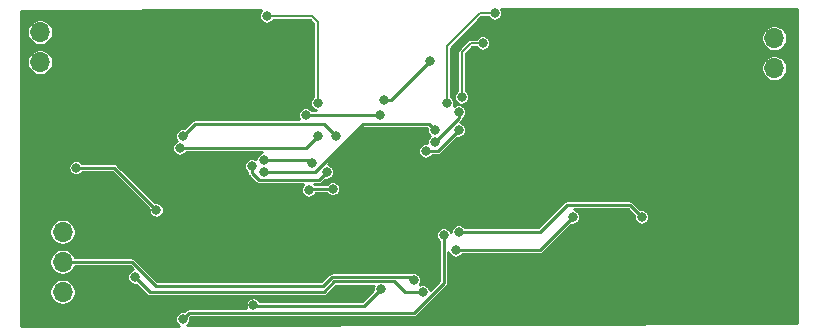
<source format=gbr>
%TF.GenerationSoftware,KiCad,Pcbnew,5.1.5+dfsg1-2build2*%
%TF.CreationDate,2021-12-28T20:55:31+01:00*%
%TF.ProjectId,Exousia,45786f75-7369-4612-9e6b-696361645f70,rev?*%
%TF.SameCoordinates,Original*%
%TF.FileFunction,Copper,L2,Bot*%
%TF.FilePolarity,Positive*%
%FSLAX46Y46*%
G04 Gerber Fmt 4.6, Leading zero omitted, Abs format (unit mm)*
G04 Created by KiCad (PCBNEW 5.1.5+dfsg1-2build2) date 2021-12-28 20:55:31*
%MOMM*%
%LPD*%
G04 APERTURE LIST*
%TA.AperFunction,ComponentPad*%
%ADD10O,1.700000X1.700000*%
%TD*%
%TA.AperFunction,ComponentPad*%
%ADD11R,1.700000X1.700000*%
%TD*%
%TA.AperFunction,ViaPad*%
%ADD12C,0.800000*%
%TD*%
%TA.AperFunction,Conductor*%
%ADD13C,0.250000*%
%TD*%
%TA.AperFunction,Conductor*%
%ADD14C,0.200000*%
%TD*%
%TA.AperFunction,Conductor*%
%ADD15C,0.254000*%
%TD*%
G04 APERTURE END LIST*
D10*
%TO.P,J3,4*%
%TO.N,Net-(J3-Pad3)*%
X193611500Y-145643600D03*
%TO.P,J3,3*%
X193611500Y-148183600D03*
%TO.P,J3,2*%
%TO.N,GND*%
X193611500Y-150723600D03*
D11*
%TO.P,J3,1*%
X193611500Y-153263600D03*
%TD*%
D10*
%TO.P,J1,4*%
%TO.N,Net-(D2-Pad1)*%
X131445000Y-145135600D03*
%TO.P,J1,3*%
X131445000Y-147675600D03*
%TO.P,J1,2*%
%TO.N,GND*%
X131445000Y-150215600D03*
D11*
%TO.P,J1,1*%
X131445000Y-152755600D03*
%TD*%
D10*
%TO.P,J2,4*%
%TO.N,+3V3*%
X133350000Y-167132000D03*
%TO.P,J2,3*%
%TO.N,SDA*%
X133350000Y-164592000D03*
%TO.P,J2,2*%
%TO.N,SCL*%
X133350000Y-162052000D03*
D11*
%TO.P,J2,1*%
%TO.N,GND*%
X133350000Y-159512000D03*
%TD*%
D12*
%TO.N,GND*%
X161036000Y-155956000D03*
X160274000Y-155956000D03*
X159258000Y-155956000D03*
X160274000Y-155194000D03*
X159512000Y-155194000D03*
X160274000Y-156718000D03*
X159512000Y-156718000D03*
%TO.N,Net-(C1-Pad2)*%
X154940000Y-153924000D03*
X143256000Y-154940000D03*
%TO.N,GND*%
X163322000Y-155956000D03*
X169926000Y-149606000D03*
X170942000Y-149606000D03*
X171958000Y-149606000D03*
X172974000Y-149606000D03*
X173990000Y-149606000D03*
X175006000Y-149606000D03*
X176022000Y-149606000D03*
X177038000Y-149606000D03*
X178054000Y-149606000D03*
X179070000Y-149606000D03*
X180086000Y-149606000D03*
X181102000Y-149606000D03*
X182118000Y-149606000D03*
X181610000Y-148844000D03*
X180594000Y-148844000D03*
X179578000Y-148844000D03*
X178562000Y-148844000D03*
X177546000Y-148844000D03*
X176530000Y-148844000D03*
X175514000Y-148844000D03*
X174498000Y-148844000D03*
X173482000Y-148844000D03*
X172466000Y-148844000D03*
X171450000Y-148844000D03*
X170434000Y-148844000D03*
X169418000Y-148844000D03*
X140716000Y-150114000D03*
X141732000Y-150114000D03*
X141224000Y-149352000D03*
X142748000Y-150114000D03*
X143764000Y-150114000D03*
X144272000Y-149352000D03*
X142240000Y-149352000D03*
X143256000Y-149352000D03*
X145288000Y-149352000D03*
X146304000Y-149352000D03*
X147320000Y-149352000D03*
X148336000Y-149352000D03*
X148844000Y-150114000D03*
X149352000Y-149352000D03*
X149860000Y-150114000D03*
X144780000Y-150114000D03*
X145796000Y-150114000D03*
X146812000Y-150114000D03*
X147828000Y-150114000D03*
X157226000Y-167386000D03*
X167894000Y-161036000D03*
X146304000Y-168148000D03*
X160274000Y-159512000D03*
%TO.N,Net-(C2-Pad1)*%
X156464000Y-153924000D03*
X143510000Y-153924000D03*
%TO.N,Net-(C16-Pad1)*%
X160247736Y-152146000D03*
X153924000Y-152146000D03*
%TO.N,Net-(C17-Pad1)*%
X165862000Y-151130000D03*
X169926000Y-143510000D03*
%TO.N,Net-(C23-Pad2)*%
X164846000Y-154432000D03*
X166878000Y-151892000D03*
%TO.N,Net-(C24-Pad1)*%
X164084000Y-155194000D03*
X166878000Y-153416000D03*
%TO.N,Net-(D2-Pad2)*%
X164846000Y-153416000D03*
X150368000Y-156972000D03*
%TO.N,Net-(D2-Pad1)*%
X141287500Y-160197800D03*
X134493000Y-156603700D03*
%TO.N,+3V3*%
X165608000Y-162306000D03*
X143510000Y-169418000D03*
%TO.N,SDA*%
X163068000Y-166116000D03*
%TO.N,SCL*%
X139446000Y-165862000D03*
X163830000Y-167132000D03*
%TO.N,Pin_FRWEN*%
X160274000Y-166878000D03*
X149504400Y-168258000D03*
%TO.N,Net-(JP2-Pad2)*%
X154178000Y-158496000D03*
X156210000Y-158386000D03*
%TO.N,FRWPG*%
X166624000Y-163576000D03*
X176530000Y-160782000D03*
%TO.N,RVSPG*%
X166878000Y-162052000D03*
X182372000Y-160782000D03*
%TO.N,DCIN*%
X149352000Y-156464000D03*
X155702000Y-156972000D03*
%TO.N,Net-(U1-Pad4)*%
X154940000Y-151130000D03*
X150622000Y-143764000D03*
%TO.N,Net-(U3-Pad7)*%
X164470002Y-147574000D03*
X160528000Y-150876000D03*
%TO.N,Net-(U3-Pad5)*%
X168910000Y-146050000D03*
X167132000Y-150622000D03*
%TO.N,VDD*%
X150368000Y-155956000D03*
X154432000Y-156210000D03*
%TD*%
D13*
%TO.N,Net-(C1-Pad2)*%
X153924000Y-154940000D02*
X154940000Y-153924000D01*
X143256000Y-154940000D02*
X153924000Y-154940000D01*
%TO.N,GND*%
X167894000Y-160528000D02*
X167894000Y-161036000D01*
X163322000Y-155956000D02*
X167894000Y-160528000D01*
%TO.N,Net-(C2-Pad1)*%
X143510000Y-153924000D02*
X144526000Y-152908000D01*
X155448000Y-152908000D02*
X156464000Y-153924000D01*
X144526000Y-152908000D02*
X155448000Y-152908000D01*
%TO.N,Net-(C16-Pad1)*%
X153924000Y-152146000D02*
X160247736Y-152146000D01*
D14*
%TO.N,Net-(C17-Pad1)*%
X165862000Y-151130000D02*
X165862000Y-146304000D01*
X168656000Y-143510000D02*
X169164000Y-143510000D01*
X165862000Y-146304000D02*
X168656000Y-143510000D01*
X169672000Y-143510000D02*
X169926000Y-143256000D01*
X169164000Y-143510000D02*
X169672000Y-143510000D01*
D13*
%TO.N,Net-(C23-Pad2)*%
X166878000Y-152400000D02*
X164846000Y-154432000D01*
X166878000Y-151892000D02*
X166878000Y-152400000D01*
%TO.N,Net-(C24-Pad1)*%
X165100000Y-155194000D02*
X164084000Y-155194000D01*
X166878000Y-153416000D02*
X165100000Y-155194000D01*
%TO.N,Net-(D2-Pad2)*%
X150368000Y-156972000D02*
X154686000Y-156972000D01*
X154686000Y-156972000D02*
X158750000Y-152908000D01*
X164338000Y-152908000D02*
X164846000Y-153416000D01*
X158750000Y-152908000D02*
X164338000Y-152908000D01*
%TO.N,Net-(D2-Pad1)*%
X137693400Y-156603700D02*
X134493000Y-156603700D01*
X141287500Y-160197800D02*
X137693400Y-156603700D01*
%TO.N,+3V3*%
X165608000Y-166370000D02*
X165608000Y-162306000D01*
X163068000Y-168910000D02*
X165608000Y-166370000D01*
X144018000Y-168910000D02*
X145288000Y-168910000D01*
X143510000Y-169418000D02*
X144018000Y-168910000D01*
X145288000Y-168910000D02*
X163068000Y-168910000D01*
%TO.N,SDA*%
X133748001Y-164990001D02*
X133350000Y-164592000D01*
X141224000Y-166624000D02*
X139192000Y-164592000D01*
X139192000Y-164592000D02*
X133350000Y-164592000D01*
X155422828Y-166624000D02*
X156197839Y-165848989D01*
X153162000Y-166624000D02*
X155422828Y-166624000D01*
X153416000Y-166624000D02*
X153162000Y-166624000D01*
X153162000Y-166624000D02*
X141224000Y-166624000D01*
X162800989Y-165848989D02*
X163068000Y-166116000D01*
X156197839Y-165848989D02*
X162800989Y-165848989D01*
%TO.N,SCL*%
X162306000Y-167132000D02*
X163830000Y-167132000D01*
X161399999Y-166225999D02*
X162306000Y-167132000D01*
X139446000Y-165862000D02*
X140716000Y-167132000D01*
X140716000Y-167132000D02*
X155448000Y-167132000D01*
X156354001Y-166225999D02*
X161399999Y-166225999D01*
X155448000Y-167132000D02*
X156354001Y-166225999D01*
%TO.N,Pin_FRWEN*%
X158858001Y-168293999D02*
X160274000Y-166878000D01*
X150513999Y-168293999D02*
X158858001Y-168293999D01*
X149540399Y-168293999D02*
X149504400Y-168258000D01*
X150513999Y-168293999D02*
X149540399Y-168293999D01*
%TO.N,Net-(JP2-Pad2)*%
X154288000Y-158386000D02*
X154178000Y-158496000D01*
X156210000Y-158386000D02*
X154288000Y-158386000D01*
%TO.N,FRWPG*%
X173736000Y-163576000D02*
X166624000Y-163576000D01*
X176530000Y-160782000D02*
X173736000Y-163576000D01*
%TO.N,RVSPG*%
X166878000Y-162052000D02*
X173736000Y-162052000D01*
X173736000Y-162052000D02*
X176022000Y-159766000D01*
X181356000Y-159766000D02*
X182372000Y-160782000D01*
X176022000Y-159766000D02*
X181356000Y-159766000D01*
%TO.N,DCIN*%
X149352000Y-157029685D02*
X149352000Y-156464000D01*
X149946316Y-157624001D02*
X149352000Y-157029685D01*
X155049999Y-157624001D02*
X149946316Y-157624001D01*
X155702000Y-156972000D02*
X155049999Y-157624001D01*
D14*
%TO.N,Net-(U1-Pad4)*%
X150622000Y-143764000D02*
X154432000Y-143764000D01*
X154940000Y-144272000D02*
X154940000Y-151130000D01*
X154432000Y-143764000D02*
X154940000Y-144272000D01*
D13*
%TO.N,Net-(U3-Pad7)*%
X161168002Y-150876000D02*
X160528000Y-150876000D01*
X164470002Y-147574000D02*
X161168002Y-150876000D01*
D14*
%TO.N,Net-(U3-Pad5)*%
X167132000Y-150622000D02*
X167132000Y-146812000D01*
X167894000Y-146050000D02*
X168910000Y-146050000D01*
X167132000Y-146812000D02*
X167894000Y-146050000D01*
D13*
%TO.N,VDD*%
X154178000Y-155956000D02*
X154432000Y-156210000D01*
X150368000Y-155956000D02*
X154178000Y-155956000D01*
%TD*%
D15*
%TO.N,GND*%
G36*
X195516500Y-169736085D02*
G01*
X143853714Y-169974896D01*
X143926900Y-169925995D01*
X144017995Y-169834900D01*
X144089567Y-169727785D01*
X144138867Y-169608765D01*
X144164000Y-169482413D01*
X144164000Y-169353587D01*
X144155107Y-169308880D01*
X144174987Y-169289000D01*
X163049390Y-169289000D01*
X163068000Y-169290833D01*
X163142297Y-169283515D01*
X163213738Y-169261844D01*
X163279579Y-169226651D01*
X163337290Y-169179290D01*
X163349160Y-169164826D01*
X165862833Y-166651154D01*
X165877290Y-166639290D01*
X165924651Y-166581579D01*
X165959844Y-166515738D01*
X165981515Y-166444297D01*
X165987000Y-166388610D01*
X165987000Y-166388608D01*
X165988833Y-166370001D01*
X165987000Y-166351394D01*
X165987000Y-163725878D01*
X165995133Y-163766765D01*
X166044433Y-163885785D01*
X166116005Y-163992900D01*
X166207100Y-164083995D01*
X166314215Y-164155567D01*
X166433235Y-164204867D01*
X166559587Y-164230000D01*
X166688413Y-164230000D01*
X166814765Y-164204867D01*
X166933785Y-164155567D01*
X167040900Y-164083995D01*
X167131995Y-163992900D01*
X167157319Y-163955000D01*
X173717390Y-163955000D01*
X173736000Y-163956833D01*
X173810297Y-163949515D01*
X173881738Y-163927844D01*
X173947579Y-163892651D01*
X174005290Y-163845290D01*
X174017160Y-163830826D01*
X176420879Y-161427107D01*
X176465587Y-161436000D01*
X176594413Y-161436000D01*
X176720765Y-161410867D01*
X176839785Y-161361567D01*
X176946900Y-161289995D01*
X177037995Y-161198900D01*
X177109567Y-161091785D01*
X177158867Y-160972765D01*
X177184000Y-160846413D01*
X177184000Y-160717587D01*
X177158867Y-160591235D01*
X177109567Y-160472215D01*
X177037995Y-160365100D01*
X176946900Y-160274005D01*
X176839785Y-160202433D01*
X176720765Y-160153133D01*
X176679878Y-160145000D01*
X181199014Y-160145000D01*
X181726893Y-160672880D01*
X181718000Y-160717587D01*
X181718000Y-160846413D01*
X181743133Y-160972765D01*
X181792433Y-161091785D01*
X181864005Y-161198900D01*
X181955100Y-161289995D01*
X182062215Y-161361567D01*
X182181235Y-161410867D01*
X182307587Y-161436000D01*
X182436413Y-161436000D01*
X182562765Y-161410867D01*
X182681785Y-161361567D01*
X182788900Y-161289995D01*
X182879995Y-161198900D01*
X182951567Y-161091785D01*
X183000867Y-160972765D01*
X183026000Y-160846413D01*
X183026000Y-160717587D01*
X183000867Y-160591235D01*
X182951567Y-160472215D01*
X182879995Y-160365100D01*
X182788900Y-160274005D01*
X182681785Y-160202433D01*
X182562765Y-160153133D01*
X182436413Y-160128000D01*
X182307587Y-160128000D01*
X182262880Y-160136893D01*
X181637160Y-159511174D01*
X181625290Y-159496710D01*
X181567579Y-159449349D01*
X181501738Y-159414156D01*
X181430297Y-159392485D01*
X181374610Y-159387000D01*
X181356000Y-159385167D01*
X181337390Y-159387000D01*
X176040606Y-159387000D01*
X176021999Y-159385167D01*
X176003392Y-159387000D01*
X176003390Y-159387000D01*
X175947703Y-159392485D01*
X175876262Y-159414156D01*
X175810421Y-159449349D01*
X175752710Y-159496710D01*
X175740845Y-159511168D01*
X173579014Y-161673000D01*
X167411319Y-161673000D01*
X167385995Y-161635100D01*
X167294900Y-161544005D01*
X167187785Y-161472433D01*
X167068765Y-161423133D01*
X166942413Y-161398000D01*
X166813587Y-161398000D01*
X166687235Y-161423133D01*
X166568215Y-161472433D01*
X166461100Y-161544005D01*
X166370005Y-161635100D01*
X166298433Y-161742215D01*
X166249133Y-161861235D01*
X166224000Y-161987587D01*
X166224000Y-162084172D01*
X166187567Y-161996215D01*
X166115995Y-161889100D01*
X166024900Y-161798005D01*
X165917785Y-161726433D01*
X165798765Y-161677133D01*
X165672413Y-161652000D01*
X165543587Y-161652000D01*
X165417235Y-161677133D01*
X165298215Y-161726433D01*
X165191100Y-161798005D01*
X165100005Y-161889100D01*
X165028433Y-161996215D01*
X164979133Y-162115235D01*
X164954000Y-162241587D01*
X164954000Y-162370413D01*
X164979133Y-162496765D01*
X165028433Y-162615785D01*
X165100005Y-162722900D01*
X165191100Y-162813995D01*
X165229001Y-162839320D01*
X165229000Y-166213013D01*
X164465821Y-166976193D01*
X164458867Y-166941235D01*
X164409567Y-166822215D01*
X164337995Y-166715100D01*
X164246900Y-166624005D01*
X164139785Y-166552433D01*
X164020765Y-166503133D01*
X163894413Y-166478000D01*
X163765587Y-166478000D01*
X163639235Y-166503133D01*
X163579295Y-166527961D01*
X163647567Y-166425785D01*
X163696867Y-166306765D01*
X163722000Y-166180413D01*
X163722000Y-166051587D01*
X163696867Y-165925235D01*
X163647567Y-165806215D01*
X163575995Y-165699100D01*
X163484900Y-165608005D01*
X163377785Y-165536433D01*
X163258765Y-165487133D01*
X163132413Y-165462000D01*
X163003587Y-165462000D01*
X162899271Y-165482750D01*
X162875286Y-165475474D01*
X162819599Y-165469989D01*
X162800989Y-165468156D01*
X162782379Y-165469989D01*
X156216445Y-165469989D01*
X156197838Y-165468156D01*
X156179231Y-165469989D01*
X156179229Y-165469989D01*
X156123542Y-165475474D01*
X156052101Y-165497145D01*
X155986260Y-165532338D01*
X155928549Y-165579699D01*
X155916683Y-165594158D01*
X155265842Y-166245000D01*
X141380987Y-166245000D01*
X139473160Y-164337174D01*
X139461290Y-164322710D01*
X139403579Y-164275349D01*
X139337738Y-164240156D01*
X139266297Y-164218485D01*
X139210610Y-164213000D01*
X139192000Y-164211167D01*
X139173390Y-164213000D01*
X134387974Y-164213000D01*
X134328352Y-164069060D01*
X134207533Y-163888241D01*
X134053759Y-163734467D01*
X133872940Y-163613648D01*
X133672025Y-163530426D01*
X133458735Y-163488000D01*
X133241265Y-163488000D01*
X133027975Y-163530426D01*
X132827060Y-163613648D01*
X132646241Y-163734467D01*
X132492467Y-163888241D01*
X132371648Y-164069060D01*
X132288426Y-164269975D01*
X132246000Y-164483265D01*
X132246000Y-164700735D01*
X132288426Y-164914025D01*
X132371648Y-165114940D01*
X132492467Y-165295759D01*
X132646241Y-165449533D01*
X132827060Y-165570352D01*
X133027975Y-165653574D01*
X133241265Y-165696000D01*
X133458735Y-165696000D01*
X133672025Y-165653574D01*
X133872940Y-165570352D01*
X134053759Y-165449533D01*
X134207533Y-165295759D01*
X134328352Y-165114940D01*
X134387974Y-164971000D01*
X139035014Y-164971000D01*
X139290193Y-165226179D01*
X139255235Y-165233133D01*
X139136215Y-165282433D01*
X139029100Y-165354005D01*
X138938005Y-165445100D01*
X138866433Y-165552215D01*
X138817133Y-165671235D01*
X138792000Y-165797587D01*
X138792000Y-165926413D01*
X138817133Y-166052765D01*
X138866433Y-166171785D01*
X138938005Y-166278900D01*
X139029100Y-166369995D01*
X139136215Y-166441567D01*
X139255235Y-166490867D01*
X139381587Y-166516000D01*
X139510413Y-166516000D01*
X139555121Y-166507107D01*
X140434844Y-167386831D01*
X140446710Y-167401290D01*
X140504421Y-167448651D01*
X140570262Y-167483844D01*
X140641703Y-167505515D01*
X140697390Y-167511000D01*
X140697392Y-167511000D01*
X140715999Y-167512833D01*
X140734606Y-167511000D01*
X155429390Y-167511000D01*
X155448000Y-167512833D01*
X155522297Y-167505515D01*
X155522300Y-167505514D01*
X155593738Y-167483844D01*
X155659579Y-167448651D01*
X155717290Y-167401290D01*
X155729160Y-167386826D01*
X156510988Y-166604999D01*
X159679196Y-166604999D01*
X159645133Y-166687235D01*
X159620000Y-166813587D01*
X159620000Y-166942413D01*
X159628893Y-166987120D01*
X158701015Y-167914999D01*
X150061773Y-167914999D01*
X150012395Y-167841100D01*
X149921300Y-167750005D01*
X149814185Y-167678433D01*
X149695165Y-167629133D01*
X149568813Y-167604000D01*
X149439987Y-167604000D01*
X149313635Y-167629133D01*
X149194615Y-167678433D01*
X149087500Y-167750005D01*
X148996405Y-167841100D01*
X148924833Y-167948215D01*
X148875533Y-168067235D01*
X148850400Y-168193587D01*
X148850400Y-168322413D01*
X148875533Y-168448765D01*
X148909596Y-168531000D01*
X144036606Y-168531000D01*
X144017999Y-168529167D01*
X143999392Y-168531000D01*
X143999390Y-168531000D01*
X143943703Y-168536485D01*
X143872262Y-168558156D01*
X143806421Y-168593349D01*
X143748710Y-168640710D01*
X143736847Y-168655166D01*
X143619120Y-168772893D01*
X143574413Y-168764000D01*
X143445587Y-168764000D01*
X143319235Y-168789133D01*
X143200215Y-168838433D01*
X143093100Y-168910005D01*
X143002005Y-169001100D01*
X142930433Y-169108215D01*
X142881133Y-169227235D01*
X142856000Y-169353587D01*
X142856000Y-169482413D01*
X142881133Y-169608765D01*
X142930433Y-169727785D01*
X143002005Y-169834900D01*
X143093100Y-169925995D01*
X143170931Y-169978000D01*
X129832100Y-169978000D01*
X129832100Y-167023265D01*
X132246000Y-167023265D01*
X132246000Y-167240735D01*
X132288426Y-167454025D01*
X132371648Y-167654940D01*
X132492467Y-167835759D01*
X132646241Y-167989533D01*
X132827060Y-168110352D01*
X133027975Y-168193574D01*
X133241265Y-168236000D01*
X133458735Y-168236000D01*
X133672025Y-168193574D01*
X133872940Y-168110352D01*
X134053759Y-167989533D01*
X134207533Y-167835759D01*
X134328352Y-167654940D01*
X134411574Y-167454025D01*
X134454000Y-167240735D01*
X134454000Y-167023265D01*
X134411574Y-166809975D01*
X134328352Y-166609060D01*
X134207533Y-166428241D01*
X134053759Y-166274467D01*
X133872940Y-166153648D01*
X133672025Y-166070426D01*
X133458735Y-166028000D01*
X133241265Y-166028000D01*
X133027975Y-166070426D01*
X132827060Y-166153648D01*
X132646241Y-166274467D01*
X132492467Y-166428241D01*
X132371648Y-166609060D01*
X132288426Y-166809975D01*
X132246000Y-167023265D01*
X129832100Y-167023265D01*
X129832100Y-161943265D01*
X132246000Y-161943265D01*
X132246000Y-162160735D01*
X132288426Y-162374025D01*
X132371648Y-162574940D01*
X132492467Y-162755759D01*
X132646241Y-162909533D01*
X132827060Y-163030352D01*
X133027975Y-163113574D01*
X133241265Y-163156000D01*
X133458735Y-163156000D01*
X133672025Y-163113574D01*
X133872940Y-163030352D01*
X134053759Y-162909533D01*
X134207533Y-162755759D01*
X134328352Y-162574940D01*
X134411574Y-162374025D01*
X134454000Y-162160735D01*
X134454000Y-161943265D01*
X134411574Y-161729975D01*
X134328352Y-161529060D01*
X134207533Y-161348241D01*
X134053759Y-161194467D01*
X133872940Y-161073648D01*
X133672025Y-160990426D01*
X133458735Y-160948000D01*
X133241265Y-160948000D01*
X133027975Y-160990426D01*
X132827060Y-161073648D01*
X132646241Y-161194467D01*
X132492467Y-161348241D01*
X132371648Y-161529060D01*
X132288426Y-161729975D01*
X132246000Y-161943265D01*
X129832100Y-161943265D01*
X129832100Y-156539287D01*
X133839000Y-156539287D01*
X133839000Y-156668113D01*
X133864133Y-156794465D01*
X133913433Y-156913485D01*
X133985005Y-157020600D01*
X134076100Y-157111695D01*
X134183215Y-157183267D01*
X134302235Y-157232567D01*
X134428587Y-157257700D01*
X134557413Y-157257700D01*
X134683765Y-157232567D01*
X134802785Y-157183267D01*
X134909900Y-157111695D01*
X135000995Y-157020600D01*
X135026319Y-156982700D01*
X137536414Y-156982700D01*
X140642393Y-160088680D01*
X140633500Y-160133387D01*
X140633500Y-160262213D01*
X140658633Y-160388565D01*
X140707933Y-160507585D01*
X140779505Y-160614700D01*
X140870600Y-160705795D01*
X140977715Y-160777367D01*
X141096735Y-160826667D01*
X141223087Y-160851800D01*
X141351913Y-160851800D01*
X141478265Y-160826667D01*
X141597285Y-160777367D01*
X141704400Y-160705795D01*
X141795495Y-160614700D01*
X141867067Y-160507585D01*
X141916367Y-160388565D01*
X141941500Y-160262213D01*
X141941500Y-160133387D01*
X141916367Y-160007035D01*
X141867067Y-159888015D01*
X141795495Y-159780900D01*
X141704400Y-159689805D01*
X141597285Y-159618233D01*
X141478265Y-159568933D01*
X141351913Y-159543800D01*
X141223087Y-159543800D01*
X141178380Y-159552693D01*
X137974560Y-156348874D01*
X137962690Y-156334410D01*
X137904979Y-156287049D01*
X137839138Y-156251856D01*
X137767697Y-156230185D01*
X137712010Y-156224700D01*
X137693400Y-156222867D01*
X137674790Y-156224700D01*
X135026319Y-156224700D01*
X135000995Y-156186800D01*
X134909900Y-156095705D01*
X134802785Y-156024133D01*
X134683765Y-155974833D01*
X134557413Y-155949700D01*
X134428587Y-155949700D01*
X134302235Y-155974833D01*
X134183215Y-156024133D01*
X134076100Y-156095705D01*
X133985005Y-156186800D01*
X133913433Y-156293915D01*
X133864133Y-156412935D01*
X133839000Y-156539287D01*
X129832100Y-156539287D01*
X129832100Y-147566865D01*
X130341000Y-147566865D01*
X130341000Y-147784335D01*
X130383426Y-147997625D01*
X130466648Y-148198540D01*
X130587467Y-148379359D01*
X130741241Y-148533133D01*
X130922060Y-148653952D01*
X131122975Y-148737174D01*
X131336265Y-148779600D01*
X131553735Y-148779600D01*
X131767025Y-148737174D01*
X131967940Y-148653952D01*
X132148759Y-148533133D01*
X132302533Y-148379359D01*
X132423352Y-148198540D01*
X132506574Y-147997625D01*
X132549000Y-147784335D01*
X132549000Y-147566865D01*
X132506574Y-147353575D01*
X132423352Y-147152660D01*
X132302533Y-146971841D01*
X132148759Y-146818067D01*
X131967940Y-146697248D01*
X131767025Y-146614026D01*
X131553735Y-146571600D01*
X131336265Y-146571600D01*
X131122975Y-146614026D01*
X130922060Y-146697248D01*
X130741241Y-146818067D01*
X130587467Y-146971841D01*
X130466648Y-147152660D01*
X130383426Y-147353575D01*
X130341000Y-147566865D01*
X129832100Y-147566865D01*
X129832100Y-145026865D01*
X130341000Y-145026865D01*
X130341000Y-145244335D01*
X130383426Y-145457625D01*
X130466648Y-145658540D01*
X130587467Y-145839359D01*
X130741241Y-145993133D01*
X130922060Y-146113952D01*
X131122975Y-146197174D01*
X131336265Y-146239600D01*
X131553735Y-146239600D01*
X131767025Y-146197174D01*
X131967940Y-146113952D01*
X132148759Y-145993133D01*
X132302533Y-145839359D01*
X132423352Y-145658540D01*
X132506574Y-145457625D01*
X132549000Y-145244335D01*
X132549000Y-145026865D01*
X132506574Y-144813575D01*
X132423352Y-144612660D01*
X132302533Y-144431841D01*
X132148759Y-144278067D01*
X131967940Y-144157248D01*
X131767025Y-144074026D01*
X131553735Y-144031600D01*
X131336265Y-144031600D01*
X131122975Y-144074026D01*
X130922060Y-144157248D01*
X130741241Y-144278067D01*
X130587467Y-144431841D01*
X130466648Y-144612660D01*
X130383426Y-144813575D01*
X130341000Y-145026865D01*
X129832100Y-145026865D01*
X129832100Y-143369715D01*
X150185473Y-143275632D01*
X150114005Y-143347100D01*
X150042433Y-143454215D01*
X149993133Y-143573235D01*
X149968000Y-143699587D01*
X149968000Y-143828413D01*
X149993133Y-143954765D01*
X150042433Y-144073785D01*
X150114005Y-144180900D01*
X150205100Y-144271995D01*
X150312215Y-144343567D01*
X150431235Y-144392867D01*
X150557587Y-144418000D01*
X150686413Y-144418000D01*
X150812765Y-144392867D01*
X150931785Y-144343567D01*
X151038900Y-144271995D01*
X151129995Y-144180900D01*
X151172023Y-144118000D01*
X154285370Y-144118000D01*
X154586000Y-144418632D01*
X154586001Y-150579976D01*
X154523100Y-150622005D01*
X154432005Y-150713100D01*
X154360433Y-150820215D01*
X154311133Y-150939235D01*
X154286000Y-151065587D01*
X154286000Y-151194413D01*
X154311133Y-151320765D01*
X154360433Y-151439785D01*
X154432005Y-151546900D01*
X154523100Y-151637995D01*
X154630215Y-151709567D01*
X154749235Y-151758867D01*
X154790122Y-151767000D01*
X154457319Y-151767000D01*
X154431995Y-151729100D01*
X154340900Y-151638005D01*
X154233785Y-151566433D01*
X154114765Y-151517133D01*
X153988413Y-151492000D01*
X153859587Y-151492000D01*
X153733235Y-151517133D01*
X153614215Y-151566433D01*
X153507100Y-151638005D01*
X153416005Y-151729100D01*
X153344433Y-151836215D01*
X153295133Y-151955235D01*
X153270000Y-152081587D01*
X153270000Y-152210413D01*
X153295133Y-152336765D01*
X153344433Y-152455785D01*
X153393354Y-152529000D01*
X144544610Y-152529000D01*
X144526000Y-152527167D01*
X144451702Y-152534485D01*
X144430031Y-152541059D01*
X144380262Y-152556156D01*
X144314421Y-152591349D01*
X144256710Y-152638710D01*
X144244844Y-152653169D01*
X143619121Y-153278893D01*
X143574413Y-153270000D01*
X143445587Y-153270000D01*
X143319235Y-153295133D01*
X143200215Y-153344433D01*
X143093100Y-153416005D01*
X143002005Y-153507100D01*
X142930433Y-153614215D01*
X142881133Y-153733235D01*
X142856000Y-153859587D01*
X142856000Y-153988413D01*
X142881133Y-154114765D01*
X142930433Y-154233785D01*
X143000133Y-154338099D01*
X142946215Y-154360433D01*
X142839100Y-154432005D01*
X142748005Y-154523100D01*
X142676433Y-154630215D01*
X142627133Y-154749235D01*
X142602000Y-154875587D01*
X142602000Y-155004413D01*
X142627133Y-155130765D01*
X142676433Y-155249785D01*
X142748005Y-155356900D01*
X142839100Y-155447995D01*
X142946215Y-155519567D01*
X143065235Y-155568867D01*
X143191587Y-155594000D01*
X143320413Y-155594000D01*
X143446765Y-155568867D01*
X143565785Y-155519567D01*
X143672900Y-155447995D01*
X143763995Y-155356900D01*
X143789319Y-155319000D01*
X150218122Y-155319000D01*
X150177235Y-155327133D01*
X150058215Y-155376433D01*
X149951100Y-155448005D01*
X149860005Y-155539100D01*
X149788433Y-155646215D01*
X149739133Y-155765235D01*
X149714000Y-155891587D01*
X149714000Y-155919322D01*
X149661785Y-155884433D01*
X149542765Y-155835133D01*
X149416413Y-155810000D01*
X149287587Y-155810000D01*
X149161235Y-155835133D01*
X149042215Y-155884433D01*
X148935100Y-155956005D01*
X148844005Y-156047100D01*
X148772433Y-156154215D01*
X148723133Y-156273235D01*
X148698000Y-156399587D01*
X148698000Y-156528413D01*
X148723133Y-156654765D01*
X148772433Y-156773785D01*
X148844005Y-156880900D01*
X148935100Y-156971995D01*
X148973000Y-156997319D01*
X148973000Y-157011075D01*
X148971167Y-157029685D01*
X148978485Y-157103982D01*
X148985059Y-157125653D01*
X149000156Y-157175422D01*
X149035349Y-157241263D01*
X149082710Y-157298975D01*
X149097174Y-157310845D01*
X149665160Y-157878832D01*
X149677026Y-157893291D01*
X149734737Y-157940652D01*
X149800578Y-157975845D01*
X149872019Y-157997516D01*
X149946316Y-158004834D01*
X149964926Y-158003001D01*
X153746104Y-158003001D01*
X153670005Y-158079100D01*
X153598433Y-158186215D01*
X153549133Y-158305235D01*
X153524000Y-158431587D01*
X153524000Y-158560413D01*
X153549133Y-158686765D01*
X153598433Y-158805785D01*
X153670005Y-158912900D01*
X153761100Y-159003995D01*
X153868215Y-159075567D01*
X153987235Y-159124867D01*
X154113587Y-159150000D01*
X154242413Y-159150000D01*
X154368765Y-159124867D01*
X154487785Y-159075567D01*
X154594900Y-159003995D01*
X154685995Y-158912900D01*
X154757567Y-158805785D01*
X154774461Y-158765000D01*
X155676681Y-158765000D01*
X155702005Y-158802900D01*
X155793100Y-158893995D01*
X155900215Y-158965567D01*
X156019235Y-159014867D01*
X156145587Y-159040000D01*
X156274413Y-159040000D01*
X156400765Y-159014867D01*
X156519785Y-158965567D01*
X156626900Y-158893995D01*
X156717995Y-158802900D01*
X156789567Y-158695785D01*
X156838867Y-158576765D01*
X156864000Y-158450413D01*
X156864000Y-158321587D01*
X156838867Y-158195235D01*
X156789567Y-158076215D01*
X156717995Y-157969100D01*
X156626900Y-157878005D01*
X156519785Y-157806433D01*
X156400765Y-157757133D01*
X156274413Y-157732000D01*
X156145587Y-157732000D01*
X156019235Y-157757133D01*
X155900215Y-157806433D01*
X155793100Y-157878005D01*
X155702005Y-157969100D01*
X155676681Y-158007000D01*
X154613895Y-158007000D01*
X154609896Y-158003001D01*
X155031389Y-158003001D01*
X155049999Y-158004834D01*
X155124296Y-157997516D01*
X155195737Y-157975845D01*
X155261578Y-157940652D01*
X155319289Y-157893291D01*
X155331159Y-157878827D01*
X155592879Y-157617107D01*
X155637587Y-157626000D01*
X155766413Y-157626000D01*
X155892765Y-157600867D01*
X156011785Y-157551567D01*
X156118900Y-157479995D01*
X156209995Y-157388900D01*
X156281567Y-157281785D01*
X156330867Y-157162765D01*
X156356000Y-157036413D01*
X156356000Y-156907587D01*
X156330867Y-156781235D01*
X156281567Y-156662215D01*
X156209995Y-156555100D01*
X156118900Y-156464005D01*
X156011785Y-156392433D01*
X155892765Y-156343133D01*
X155857807Y-156336179D01*
X158906987Y-153287000D01*
X164181014Y-153287000D01*
X164200893Y-153306879D01*
X164192000Y-153351587D01*
X164192000Y-153480413D01*
X164217133Y-153606765D01*
X164266433Y-153725785D01*
X164338005Y-153832900D01*
X164429100Y-153923995D01*
X164429107Y-153924000D01*
X164429100Y-153924005D01*
X164338005Y-154015100D01*
X164266433Y-154122215D01*
X164217133Y-154241235D01*
X164192000Y-154367587D01*
X164192000Y-154496413D01*
X164202823Y-154550823D01*
X164148413Y-154540000D01*
X164019587Y-154540000D01*
X163893235Y-154565133D01*
X163774215Y-154614433D01*
X163667100Y-154686005D01*
X163576005Y-154777100D01*
X163504433Y-154884215D01*
X163455133Y-155003235D01*
X163430000Y-155129587D01*
X163430000Y-155258413D01*
X163455133Y-155384765D01*
X163504433Y-155503785D01*
X163576005Y-155610900D01*
X163667100Y-155701995D01*
X163774215Y-155773567D01*
X163893235Y-155822867D01*
X164019587Y-155848000D01*
X164148413Y-155848000D01*
X164274765Y-155822867D01*
X164393785Y-155773567D01*
X164500900Y-155701995D01*
X164591995Y-155610900D01*
X164617319Y-155573000D01*
X165081390Y-155573000D01*
X165100000Y-155574833D01*
X165174297Y-155567515D01*
X165245738Y-155545844D01*
X165311579Y-155510651D01*
X165369290Y-155463290D01*
X165381160Y-155448826D01*
X166768880Y-154061107D01*
X166813587Y-154070000D01*
X166942413Y-154070000D01*
X167068765Y-154044867D01*
X167187785Y-153995567D01*
X167294900Y-153923995D01*
X167385995Y-153832900D01*
X167457567Y-153725785D01*
X167506867Y-153606765D01*
X167532000Y-153480413D01*
X167532000Y-153351587D01*
X167506867Y-153225235D01*
X167457567Y-153106215D01*
X167385995Y-152999100D01*
X167294900Y-152908005D01*
X167187785Y-152836433D01*
X167068765Y-152787133D01*
X167033807Y-152780180D01*
X167132832Y-152681155D01*
X167147290Y-152669290D01*
X167194651Y-152611579D01*
X167229844Y-152545738D01*
X167251515Y-152474297D01*
X167256293Y-152425792D01*
X167294900Y-152399995D01*
X167385995Y-152308900D01*
X167457567Y-152201785D01*
X167506867Y-152082765D01*
X167532000Y-151956413D01*
X167532000Y-151827587D01*
X167506867Y-151701235D01*
X167457567Y-151582215D01*
X167385995Y-151475100D01*
X167294900Y-151384005D01*
X167187785Y-151312433D01*
X167099828Y-151276000D01*
X167196413Y-151276000D01*
X167322765Y-151250867D01*
X167441785Y-151201567D01*
X167548900Y-151129995D01*
X167639995Y-151038900D01*
X167711567Y-150931785D01*
X167760867Y-150812765D01*
X167786000Y-150686413D01*
X167786000Y-150557587D01*
X167760867Y-150431235D01*
X167711567Y-150312215D01*
X167639995Y-150205100D01*
X167548900Y-150114005D01*
X167486000Y-150071977D01*
X167486000Y-148074865D01*
X192507500Y-148074865D01*
X192507500Y-148292335D01*
X192549926Y-148505625D01*
X192633148Y-148706540D01*
X192753967Y-148887359D01*
X192907741Y-149041133D01*
X193088560Y-149161952D01*
X193289475Y-149245174D01*
X193502765Y-149287600D01*
X193720235Y-149287600D01*
X193933525Y-149245174D01*
X194134440Y-149161952D01*
X194315259Y-149041133D01*
X194469033Y-148887359D01*
X194589852Y-148706540D01*
X194673074Y-148505625D01*
X194715500Y-148292335D01*
X194715500Y-148074865D01*
X194673074Y-147861575D01*
X194589852Y-147660660D01*
X194469033Y-147479841D01*
X194315259Y-147326067D01*
X194134440Y-147205248D01*
X193933525Y-147122026D01*
X193720235Y-147079600D01*
X193502765Y-147079600D01*
X193289475Y-147122026D01*
X193088560Y-147205248D01*
X192907741Y-147326067D01*
X192753967Y-147479841D01*
X192633148Y-147660660D01*
X192549926Y-147861575D01*
X192507500Y-148074865D01*
X167486000Y-148074865D01*
X167486000Y-146958630D01*
X168040631Y-146404000D01*
X168359977Y-146404000D01*
X168402005Y-146466900D01*
X168493100Y-146557995D01*
X168600215Y-146629567D01*
X168719235Y-146678867D01*
X168845587Y-146704000D01*
X168974413Y-146704000D01*
X169100765Y-146678867D01*
X169219785Y-146629567D01*
X169326900Y-146557995D01*
X169417995Y-146466900D01*
X169489567Y-146359785D01*
X169538867Y-146240765D01*
X169564000Y-146114413D01*
X169564000Y-145985587D01*
X169538867Y-145859235D01*
X169489567Y-145740215D01*
X169417995Y-145633100D01*
X169326900Y-145542005D01*
X169316215Y-145534865D01*
X192507500Y-145534865D01*
X192507500Y-145752335D01*
X192549926Y-145965625D01*
X192633148Y-146166540D01*
X192753967Y-146347359D01*
X192907741Y-146501133D01*
X193088560Y-146621952D01*
X193289475Y-146705174D01*
X193502765Y-146747600D01*
X193720235Y-146747600D01*
X193933525Y-146705174D01*
X194134440Y-146621952D01*
X194315259Y-146501133D01*
X194469033Y-146347359D01*
X194589852Y-146166540D01*
X194673074Y-145965625D01*
X194715500Y-145752335D01*
X194715500Y-145534865D01*
X194673074Y-145321575D01*
X194589852Y-145120660D01*
X194469033Y-144939841D01*
X194315259Y-144786067D01*
X194134440Y-144665248D01*
X193933525Y-144582026D01*
X193720235Y-144539600D01*
X193502765Y-144539600D01*
X193289475Y-144582026D01*
X193088560Y-144665248D01*
X192907741Y-144786067D01*
X192753967Y-144939841D01*
X192633148Y-145120660D01*
X192549926Y-145321575D01*
X192507500Y-145534865D01*
X169316215Y-145534865D01*
X169219785Y-145470433D01*
X169100765Y-145421133D01*
X168974413Y-145396000D01*
X168845587Y-145396000D01*
X168719235Y-145421133D01*
X168600215Y-145470433D01*
X168493100Y-145542005D01*
X168402005Y-145633100D01*
X168359977Y-145696000D01*
X167911374Y-145696000D01*
X167894000Y-145694289D01*
X167876626Y-145696000D01*
X167876618Y-145696000D01*
X167824604Y-145701123D01*
X167757875Y-145721365D01*
X167696377Y-145754236D01*
X167642474Y-145798474D01*
X167631393Y-145811976D01*
X166893977Y-146549393D01*
X166880475Y-146560474D01*
X166836237Y-146614377D01*
X166828118Y-146629567D01*
X166803366Y-146675875D01*
X166783123Y-146742604D01*
X166776289Y-146812000D01*
X166778001Y-146829384D01*
X166778000Y-150071976D01*
X166715100Y-150114005D01*
X166624005Y-150205100D01*
X166552433Y-150312215D01*
X166503133Y-150431235D01*
X166478000Y-150557587D01*
X166478000Y-150686413D01*
X166503133Y-150812765D01*
X166552433Y-150931785D01*
X166624005Y-151038900D01*
X166715100Y-151129995D01*
X166822215Y-151201567D01*
X166910172Y-151238000D01*
X166813587Y-151238000D01*
X166687235Y-151263133D01*
X166568215Y-151312433D01*
X166466039Y-151380705D01*
X166490867Y-151320765D01*
X166516000Y-151194413D01*
X166516000Y-151065587D01*
X166490867Y-150939235D01*
X166441567Y-150820215D01*
X166369995Y-150713100D01*
X166278900Y-150622005D01*
X166216000Y-150579977D01*
X166216000Y-146450630D01*
X168802631Y-143864000D01*
X169375977Y-143864000D01*
X169418005Y-143926900D01*
X169509100Y-144017995D01*
X169616215Y-144089567D01*
X169735235Y-144138867D01*
X169861587Y-144164000D01*
X169990413Y-144164000D01*
X170116765Y-144138867D01*
X170235785Y-144089567D01*
X170342900Y-144017995D01*
X170433995Y-143926900D01*
X170505567Y-143819785D01*
X170554867Y-143700765D01*
X170580000Y-143574413D01*
X170580000Y-143445587D01*
X170554867Y-143319235D01*
X170507135Y-143204000D01*
X195516500Y-143204000D01*
X195516500Y-169736085D01*
G37*
X195516500Y-169736085D02*
X143853714Y-169974896D01*
X143926900Y-169925995D01*
X144017995Y-169834900D01*
X144089567Y-169727785D01*
X144138867Y-169608765D01*
X144164000Y-169482413D01*
X144164000Y-169353587D01*
X144155107Y-169308880D01*
X144174987Y-169289000D01*
X163049390Y-169289000D01*
X163068000Y-169290833D01*
X163142297Y-169283515D01*
X163213738Y-169261844D01*
X163279579Y-169226651D01*
X163337290Y-169179290D01*
X163349160Y-169164826D01*
X165862833Y-166651154D01*
X165877290Y-166639290D01*
X165924651Y-166581579D01*
X165959844Y-166515738D01*
X165981515Y-166444297D01*
X165987000Y-166388610D01*
X165987000Y-166388608D01*
X165988833Y-166370001D01*
X165987000Y-166351394D01*
X165987000Y-163725878D01*
X165995133Y-163766765D01*
X166044433Y-163885785D01*
X166116005Y-163992900D01*
X166207100Y-164083995D01*
X166314215Y-164155567D01*
X166433235Y-164204867D01*
X166559587Y-164230000D01*
X166688413Y-164230000D01*
X166814765Y-164204867D01*
X166933785Y-164155567D01*
X167040900Y-164083995D01*
X167131995Y-163992900D01*
X167157319Y-163955000D01*
X173717390Y-163955000D01*
X173736000Y-163956833D01*
X173810297Y-163949515D01*
X173881738Y-163927844D01*
X173947579Y-163892651D01*
X174005290Y-163845290D01*
X174017160Y-163830826D01*
X176420879Y-161427107D01*
X176465587Y-161436000D01*
X176594413Y-161436000D01*
X176720765Y-161410867D01*
X176839785Y-161361567D01*
X176946900Y-161289995D01*
X177037995Y-161198900D01*
X177109567Y-161091785D01*
X177158867Y-160972765D01*
X177184000Y-160846413D01*
X177184000Y-160717587D01*
X177158867Y-160591235D01*
X177109567Y-160472215D01*
X177037995Y-160365100D01*
X176946900Y-160274005D01*
X176839785Y-160202433D01*
X176720765Y-160153133D01*
X176679878Y-160145000D01*
X181199014Y-160145000D01*
X181726893Y-160672880D01*
X181718000Y-160717587D01*
X181718000Y-160846413D01*
X181743133Y-160972765D01*
X181792433Y-161091785D01*
X181864005Y-161198900D01*
X181955100Y-161289995D01*
X182062215Y-161361567D01*
X182181235Y-161410867D01*
X182307587Y-161436000D01*
X182436413Y-161436000D01*
X182562765Y-161410867D01*
X182681785Y-161361567D01*
X182788900Y-161289995D01*
X182879995Y-161198900D01*
X182951567Y-161091785D01*
X183000867Y-160972765D01*
X183026000Y-160846413D01*
X183026000Y-160717587D01*
X183000867Y-160591235D01*
X182951567Y-160472215D01*
X182879995Y-160365100D01*
X182788900Y-160274005D01*
X182681785Y-160202433D01*
X182562765Y-160153133D01*
X182436413Y-160128000D01*
X182307587Y-160128000D01*
X182262880Y-160136893D01*
X181637160Y-159511174D01*
X181625290Y-159496710D01*
X181567579Y-159449349D01*
X181501738Y-159414156D01*
X181430297Y-159392485D01*
X181374610Y-159387000D01*
X181356000Y-159385167D01*
X181337390Y-159387000D01*
X176040606Y-159387000D01*
X176021999Y-159385167D01*
X176003392Y-159387000D01*
X176003390Y-159387000D01*
X175947703Y-159392485D01*
X175876262Y-159414156D01*
X175810421Y-159449349D01*
X175752710Y-159496710D01*
X175740845Y-159511168D01*
X173579014Y-161673000D01*
X167411319Y-161673000D01*
X167385995Y-161635100D01*
X167294900Y-161544005D01*
X167187785Y-161472433D01*
X167068765Y-161423133D01*
X166942413Y-161398000D01*
X166813587Y-161398000D01*
X166687235Y-161423133D01*
X166568215Y-161472433D01*
X166461100Y-161544005D01*
X166370005Y-161635100D01*
X166298433Y-161742215D01*
X166249133Y-161861235D01*
X166224000Y-161987587D01*
X166224000Y-162084172D01*
X166187567Y-161996215D01*
X166115995Y-161889100D01*
X166024900Y-161798005D01*
X165917785Y-161726433D01*
X165798765Y-161677133D01*
X165672413Y-161652000D01*
X165543587Y-161652000D01*
X165417235Y-161677133D01*
X165298215Y-161726433D01*
X165191100Y-161798005D01*
X165100005Y-161889100D01*
X165028433Y-161996215D01*
X164979133Y-162115235D01*
X164954000Y-162241587D01*
X164954000Y-162370413D01*
X164979133Y-162496765D01*
X165028433Y-162615785D01*
X165100005Y-162722900D01*
X165191100Y-162813995D01*
X165229001Y-162839320D01*
X165229000Y-166213013D01*
X164465821Y-166976193D01*
X164458867Y-166941235D01*
X164409567Y-166822215D01*
X164337995Y-166715100D01*
X164246900Y-166624005D01*
X164139785Y-166552433D01*
X164020765Y-166503133D01*
X163894413Y-166478000D01*
X163765587Y-166478000D01*
X163639235Y-166503133D01*
X163579295Y-166527961D01*
X163647567Y-166425785D01*
X163696867Y-166306765D01*
X163722000Y-166180413D01*
X163722000Y-166051587D01*
X163696867Y-165925235D01*
X163647567Y-165806215D01*
X163575995Y-165699100D01*
X163484900Y-165608005D01*
X163377785Y-165536433D01*
X163258765Y-165487133D01*
X163132413Y-165462000D01*
X163003587Y-165462000D01*
X162899271Y-165482750D01*
X162875286Y-165475474D01*
X162819599Y-165469989D01*
X162800989Y-165468156D01*
X162782379Y-165469989D01*
X156216445Y-165469989D01*
X156197838Y-165468156D01*
X156179231Y-165469989D01*
X156179229Y-165469989D01*
X156123542Y-165475474D01*
X156052101Y-165497145D01*
X155986260Y-165532338D01*
X155928549Y-165579699D01*
X155916683Y-165594158D01*
X155265842Y-166245000D01*
X141380987Y-166245000D01*
X139473160Y-164337174D01*
X139461290Y-164322710D01*
X139403579Y-164275349D01*
X139337738Y-164240156D01*
X139266297Y-164218485D01*
X139210610Y-164213000D01*
X139192000Y-164211167D01*
X139173390Y-164213000D01*
X134387974Y-164213000D01*
X134328352Y-164069060D01*
X134207533Y-163888241D01*
X134053759Y-163734467D01*
X133872940Y-163613648D01*
X133672025Y-163530426D01*
X133458735Y-163488000D01*
X133241265Y-163488000D01*
X133027975Y-163530426D01*
X132827060Y-163613648D01*
X132646241Y-163734467D01*
X132492467Y-163888241D01*
X132371648Y-164069060D01*
X132288426Y-164269975D01*
X132246000Y-164483265D01*
X132246000Y-164700735D01*
X132288426Y-164914025D01*
X132371648Y-165114940D01*
X132492467Y-165295759D01*
X132646241Y-165449533D01*
X132827060Y-165570352D01*
X133027975Y-165653574D01*
X133241265Y-165696000D01*
X133458735Y-165696000D01*
X133672025Y-165653574D01*
X133872940Y-165570352D01*
X134053759Y-165449533D01*
X134207533Y-165295759D01*
X134328352Y-165114940D01*
X134387974Y-164971000D01*
X139035014Y-164971000D01*
X139290193Y-165226179D01*
X139255235Y-165233133D01*
X139136215Y-165282433D01*
X139029100Y-165354005D01*
X138938005Y-165445100D01*
X138866433Y-165552215D01*
X138817133Y-165671235D01*
X138792000Y-165797587D01*
X138792000Y-165926413D01*
X138817133Y-166052765D01*
X138866433Y-166171785D01*
X138938005Y-166278900D01*
X139029100Y-166369995D01*
X139136215Y-166441567D01*
X139255235Y-166490867D01*
X139381587Y-166516000D01*
X139510413Y-166516000D01*
X139555121Y-166507107D01*
X140434844Y-167386831D01*
X140446710Y-167401290D01*
X140504421Y-167448651D01*
X140570262Y-167483844D01*
X140641703Y-167505515D01*
X140697390Y-167511000D01*
X140697392Y-167511000D01*
X140715999Y-167512833D01*
X140734606Y-167511000D01*
X155429390Y-167511000D01*
X155448000Y-167512833D01*
X155522297Y-167505515D01*
X155522300Y-167505514D01*
X155593738Y-167483844D01*
X155659579Y-167448651D01*
X155717290Y-167401290D01*
X155729160Y-167386826D01*
X156510988Y-166604999D01*
X159679196Y-166604999D01*
X159645133Y-166687235D01*
X159620000Y-166813587D01*
X159620000Y-166942413D01*
X159628893Y-166987120D01*
X158701015Y-167914999D01*
X150061773Y-167914999D01*
X150012395Y-167841100D01*
X149921300Y-167750005D01*
X149814185Y-167678433D01*
X149695165Y-167629133D01*
X149568813Y-167604000D01*
X149439987Y-167604000D01*
X149313635Y-167629133D01*
X149194615Y-167678433D01*
X149087500Y-167750005D01*
X148996405Y-167841100D01*
X148924833Y-167948215D01*
X148875533Y-168067235D01*
X148850400Y-168193587D01*
X148850400Y-168322413D01*
X148875533Y-168448765D01*
X148909596Y-168531000D01*
X144036606Y-168531000D01*
X144017999Y-168529167D01*
X143999392Y-168531000D01*
X143999390Y-168531000D01*
X143943703Y-168536485D01*
X143872262Y-168558156D01*
X143806421Y-168593349D01*
X143748710Y-168640710D01*
X143736847Y-168655166D01*
X143619120Y-168772893D01*
X143574413Y-168764000D01*
X143445587Y-168764000D01*
X143319235Y-168789133D01*
X143200215Y-168838433D01*
X143093100Y-168910005D01*
X143002005Y-169001100D01*
X142930433Y-169108215D01*
X142881133Y-169227235D01*
X142856000Y-169353587D01*
X142856000Y-169482413D01*
X142881133Y-169608765D01*
X142930433Y-169727785D01*
X143002005Y-169834900D01*
X143093100Y-169925995D01*
X143170931Y-169978000D01*
X129832100Y-169978000D01*
X129832100Y-167023265D01*
X132246000Y-167023265D01*
X132246000Y-167240735D01*
X132288426Y-167454025D01*
X132371648Y-167654940D01*
X132492467Y-167835759D01*
X132646241Y-167989533D01*
X132827060Y-168110352D01*
X133027975Y-168193574D01*
X133241265Y-168236000D01*
X133458735Y-168236000D01*
X133672025Y-168193574D01*
X133872940Y-168110352D01*
X134053759Y-167989533D01*
X134207533Y-167835759D01*
X134328352Y-167654940D01*
X134411574Y-167454025D01*
X134454000Y-167240735D01*
X134454000Y-167023265D01*
X134411574Y-166809975D01*
X134328352Y-166609060D01*
X134207533Y-166428241D01*
X134053759Y-166274467D01*
X133872940Y-166153648D01*
X133672025Y-166070426D01*
X133458735Y-166028000D01*
X133241265Y-166028000D01*
X133027975Y-166070426D01*
X132827060Y-166153648D01*
X132646241Y-166274467D01*
X132492467Y-166428241D01*
X132371648Y-166609060D01*
X132288426Y-166809975D01*
X132246000Y-167023265D01*
X129832100Y-167023265D01*
X129832100Y-161943265D01*
X132246000Y-161943265D01*
X132246000Y-162160735D01*
X132288426Y-162374025D01*
X132371648Y-162574940D01*
X132492467Y-162755759D01*
X132646241Y-162909533D01*
X132827060Y-163030352D01*
X133027975Y-163113574D01*
X133241265Y-163156000D01*
X133458735Y-163156000D01*
X133672025Y-163113574D01*
X133872940Y-163030352D01*
X134053759Y-162909533D01*
X134207533Y-162755759D01*
X134328352Y-162574940D01*
X134411574Y-162374025D01*
X134454000Y-162160735D01*
X134454000Y-161943265D01*
X134411574Y-161729975D01*
X134328352Y-161529060D01*
X134207533Y-161348241D01*
X134053759Y-161194467D01*
X133872940Y-161073648D01*
X133672025Y-160990426D01*
X133458735Y-160948000D01*
X133241265Y-160948000D01*
X133027975Y-160990426D01*
X132827060Y-161073648D01*
X132646241Y-161194467D01*
X132492467Y-161348241D01*
X132371648Y-161529060D01*
X132288426Y-161729975D01*
X132246000Y-161943265D01*
X129832100Y-161943265D01*
X129832100Y-156539287D01*
X133839000Y-156539287D01*
X133839000Y-156668113D01*
X133864133Y-156794465D01*
X133913433Y-156913485D01*
X133985005Y-157020600D01*
X134076100Y-157111695D01*
X134183215Y-157183267D01*
X134302235Y-157232567D01*
X134428587Y-157257700D01*
X134557413Y-157257700D01*
X134683765Y-157232567D01*
X134802785Y-157183267D01*
X134909900Y-157111695D01*
X135000995Y-157020600D01*
X135026319Y-156982700D01*
X137536414Y-156982700D01*
X140642393Y-160088680D01*
X140633500Y-160133387D01*
X140633500Y-160262213D01*
X140658633Y-160388565D01*
X140707933Y-160507585D01*
X140779505Y-160614700D01*
X140870600Y-160705795D01*
X140977715Y-160777367D01*
X141096735Y-160826667D01*
X141223087Y-160851800D01*
X141351913Y-160851800D01*
X141478265Y-160826667D01*
X141597285Y-160777367D01*
X141704400Y-160705795D01*
X141795495Y-160614700D01*
X141867067Y-160507585D01*
X141916367Y-160388565D01*
X141941500Y-160262213D01*
X141941500Y-160133387D01*
X141916367Y-160007035D01*
X141867067Y-159888015D01*
X141795495Y-159780900D01*
X141704400Y-159689805D01*
X141597285Y-159618233D01*
X141478265Y-159568933D01*
X141351913Y-159543800D01*
X141223087Y-159543800D01*
X141178380Y-159552693D01*
X137974560Y-156348874D01*
X137962690Y-156334410D01*
X137904979Y-156287049D01*
X137839138Y-156251856D01*
X137767697Y-156230185D01*
X137712010Y-156224700D01*
X137693400Y-156222867D01*
X137674790Y-156224700D01*
X135026319Y-156224700D01*
X135000995Y-156186800D01*
X134909900Y-156095705D01*
X134802785Y-156024133D01*
X134683765Y-155974833D01*
X134557413Y-155949700D01*
X134428587Y-155949700D01*
X134302235Y-155974833D01*
X134183215Y-156024133D01*
X134076100Y-156095705D01*
X133985005Y-156186800D01*
X133913433Y-156293915D01*
X133864133Y-156412935D01*
X133839000Y-156539287D01*
X129832100Y-156539287D01*
X129832100Y-147566865D01*
X130341000Y-147566865D01*
X130341000Y-147784335D01*
X130383426Y-147997625D01*
X130466648Y-148198540D01*
X130587467Y-148379359D01*
X130741241Y-148533133D01*
X130922060Y-148653952D01*
X131122975Y-148737174D01*
X131336265Y-148779600D01*
X131553735Y-148779600D01*
X131767025Y-148737174D01*
X131967940Y-148653952D01*
X132148759Y-148533133D01*
X132302533Y-148379359D01*
X132423352Y-148198540D01*
X132506574Y-147997625D01*
X132549000Y-147784335D01*
X132549000Y-147566865D01*
X132506574Y-147353575D01*
X132423352Y-147152660D01*
X132302533Y-146971841D01*
X132148759Y-146818067D01*
X131967940Y-146697248D01*
X131767025Y-146614026D01*
X131553735Y-146571600D01*
X131336265Y-146571600D01*
X131122975Y-146614026D01*
X130922060Y-146697248D01*
X130741241Y-146818067D01*
X130587467Y-146971841D01*
X130466648Y-147152660D01*
X130383426Y-147353575D01*
X130341000Y-147566865D01*
X129832100Y-147566865D01*
X129832100Y-145026865D01*
X130341000Y-145026865D01*
X130341000Y-145244335D01*
X130383426Y-145457625D01*
X130466648Y-145658540D01*
X130587467Y-145839359D01*
X130741241Y-145993133D01*
X130922060Y-146113952D01*
X131122975Y-146197174D01*
X131336265Y-146239600D01*
X131553735Y-146239600D01*
X131767025Y-146197174D01*
X131967940Y-146113952D01*
X132148759Y-145993133D01*
X132302533Y-145839359D01*
X132423352Y-145658540D01*
X132506574Y-145457625D01*
X132549000Y-145244335D01*
X132549000Y-145026865D01*
X132506574Y-144813575D01*
X132423352Y-144612660D01*
X132302533Y-144431841D01*
X132148759Y-144278067D01*
X131967940Y-144157248D01*
X131767025Y-144074026D01*
X131553735Y-144031600D01*
X131336265Y-144031600D01*
X131122975Y-144074026D01*
X130922060Y-144157248D01*
X130741241Y-144278067D01*
X130587467Y-144431841D01*
X130466648Y-144612660D01*
X130383426Y-144813575D01*
X130341000Y-145026865D01*
X129832100Y-145026865D01*
X129832100Y-143369715D01*
X150185473Y-143275632D01*
X150114005Y-143347100D01*
X150042433Y-143454215D01*
X149993133Y-143573235D01*
X149968000Y-143699587D01*
X149968000Y-143828413D01*
X149993133Y-143954765D01*
X150042433Y-144073785D01*
X150114005Y-144180900D01*
X150205100Y-144271995D01*
X150312215Y-144343567D01*
X150431235Y-144392867D01*
X150557587Y-144418000D01*
X150686413Y-144418000D01*
X150812765Y-144392867D01*
X150931785Y-144343567D01*
X151038900Y-144271995D01*
X151129995Y-144180900D01*
X151172023Y-144118000D01*
X154285370Y-144118000D01*
X154586000Y-144418632D01*
X154586001Y-150579976D01*
X154523100Y-150622005D01*
X154432005Y-150713100D01*
X154360433Y-150820215D01*
X154311133Y-150939235D01*
X154286000Y-151065587D01*
X154286000Y-151194413D01*
X154311133Y-151320765D01*
X154360433Y-151439785D01*
X154432005Y-151546900D01*
X154523100Y-151637995D01*
X154630215Y-151709567D01*
X154749235Y-151758867D01*
X154790122Y-151767000D01*
X154457319Y-151767000D01*
X154431995Y-151729100D01*
X154340900Y-151638005D01*
X154233785Y-151566433D01*
X154114765Y-151517133D01*
X153988413Y-151492000D01*
X153859587Y-151492000D01*
X153733235Y-151517133D01*
X153614215Y-151566433D01*
X153507100Y-151638005D01*
X153416005Y-151729100D01*
X153344433Y-151836215D01*
X153295133Y-151955235D01*
X153270000Y-152081587D01*
X153270000Y-152210413D01*
X153295133Y-152336765D01*
X153344433Y-152455785D01*
X153393354Y-152529000D01*
X144544610Y-152529000D01*
X144526000Y-152527167D01*
X144451702Y-152534485D01*
X144430031Y-152541059D01*
X144380262Y-152556156D01*
X144314421Y-152591349D01*
X144256710Y-152638710D01*
X144244844Y-152653169D01*
X143619121Y-153278893D01*
X143574413Y-153270000D01*
X143445587Y-153270000D01*
X143319235Y-153295133D01*
X143200215Y-153344433D01*
X143093100Y-153416005D01*
X143002005Y-153507100D01*
X142930433Y-153614215D01*
X142881133Y-153733235D01*
X142856000Y-153859587D01*
X142856000Y-153988413D01*
X142881133Y-154114765D01*
X142930433Y-154233785D01*
X143000133Y-154338099D01*
X142946215Y-154360433D01*
X142839100Y-154432005D01*
X142748005Y-154523100D01*
X142676433Y-154630215D01*
X142627133Y-154749235D01*
X142602000Y-154875587D01*
X142602000Y-155004413D01*
X142627133Y-155130765D01*
X142676433Y-155249785D01*
X142748005Y-155356900D01*
X142839100Y-155447995D01*
X142946215Y-155519567D01*
X143065235Y-155568867D01*
X143191587Y-155594000D01*
X143320413Y-155594000D01*
X143446765Y-155568867D01*
X143565785Y-155519567D01*
X143672900Y-155447995D01*
X143763995Y-155356900D01*
X143789319Y-155319000D01*
X150218122Y-155319000D01*
X150177235Y-155327133D01*
X150058215Y-155376433D01*
X149951100Y-155448005D01*
X149860005Y-155539100D01*
X149788433Y-155646215D01*
X149739133Y-155765235D01*
X149714000Y-155891587D01*
X149714000Y-155919322D01*
X149661785Y-155884433D01*
X149542765Y-155835133D01*
X149416413Y-155810000D01*
X149287587Y-155810000D01*
X149161235Y-155835133D01*
X149042215Y-155884433D01*
X148935100Y-155956005D01*
X148844005Y-156047100D01*
X148772433Y-156154215D01*
X148723133Y-156273235D01*
X148698000Y-156399587D01*
X148698000Y-156528413D01*
X148723133Y-156654765D01*
X148772433Y-156773785D01*
X148844005Y-156880900D01*
X148935100Y-156971995D01*
X148973000Y-156997319D01*
X148973000Y-157011075D01*
X148971167Y-157029685D01*
X148978485Y-157103982D01*
X148985059Y-157125653D01*
X149000156Y-157175422D01*
X149035349Y-157241263D01*
X149082710Y-157298975D01*
X149097174Y-157310845D01*
X149665160Y-157878832D01*
X149677026Y-157893291D01*
X149734737Y-157940652D01*
X149800578Y-157975845D01*
X149872019Y-157997516D01*
X149946316Y-158004834D01*
X149964926Y-158003001D01*
X153746104Y-158003001D01*
X153670005Y-158079100D01*
X153598433Y-158186215D01*
X153549133Y-158305235D01*
X153524000Y-158431587D01*
X153524000Y-158560413D01*
X153549133Y-158686765D01*
X153598433Y-158805785D01*
X153670005Y-158912900D01*
X153761100Y-159003995D01*
X153868215Y-159075567D01*
X153987235Y-159124867D01*
X154113587Y-159150000D01*
X154242413Y-159150000D01*
X154368765Y-159124867D01*
X154487785Y-159075567D01*
X154594900Y-159003995D01*
X154685995Y-158912900D01*
X154757567Y-158805785D01*
X154774461Y-158765000D01*
X155676681Y-158765000D01*
X155702005Y-158802900D01*
X155793100Y-158893995D01*
X155900215Y-158965567D01*
X156019235Y-159014867D01*
X156145587Y-159040000D01*
X156274413Y-159040000D01*
X156400765Y-159014867D01*
X156519785Y-158965567D01*
X156626900Y-158893995D01*
X156717995Y-158802900D01*
X156789567Y-158695785D01*
X156838867Y-158576765D01*
X156864000Y-158450413D01*
X156864000Y-158321587D01*
X156838867Y-158195235D01*
X156789567Y-158076215D01*
X156717995Y-157969100D01*
X156626900Y-157878005D01*
X156519785Y-157806433D01*
X156400765Y-157757133D01*
X156274413Y-157732000D01*
X156145587Y-157732000D01*
X156019235Y-157757133D01*
X155900215Y-157806433D01*
X155793100Y-157878005D01*
X155702005Y-157969100D01*
X155676681Y-158007000D01*
X154613895Y-158007000D01*
X154609896Y-158003001D01*
X155031389Y-158003001D01*
X155049999Y-158004834D01*
X155124296Y-157997516D01*
X155195737Y-157975845D01*
X155261578Y-157940652D01*
X155319289Y-157893291D01*
X155331159Y-157878827D01*
X155592879Y-157617107D01*
X155637587Y-157626000D01*
X155766413Y-157626000D01*
X155892765Y-157600867D01*
X156011785Y-157551567D01*
X156118900Y-157479995D01*
X156209995Y-157388900D01*
X156281567Y-157281785D01*
X156330867Y-157162765D01*
X156356000Y-157036413D01*
X156356000Y-156907587D01*
X156330867Y-156781235D01*
X156281567Y-156662215D01*
X156209995Y-156555100D01*
X156118900Y-156464005D01*
X156011785Y-156392433D01*
X155892765Y-156343133D01*
X155857807Y-156336179D01*
X158906987Y-153287000D01*
X164181014Y-153287000D01*
X164200893Y-153306879D01*
X164192000Y-153351587D01*
X164192000Y-153480413D01*
X164217133Y-153606765D01*
X164266433Y-153725785D01*
X164338005Y-153832900D01*
X164429100Y-153923995D01*
X164429107Y-153924000D01*
X164429100Y-153924005D01*
X164338005Y-154015100D01*
X164266433Y-154122215D01*
X164217133Y-154241235D01*
X164192000Y-154367587D01*
X164192000Y-154496413D01*
X164202823Y-154550823D01*
X164148413Y-154540000D01*
X164019587Y-154540000D01*
X163893235Y-154565133D01*
X163774215Y-154614433D01*
X163667100Y-154686005D01*
X163576005Y-154777100D01*
X163504433Y-154884215D01*
X163455133Y-155003235D01*
X163430000Y-155129587D01*
X163430000Y-155258413D01*
X163455133Y-155384765D01*
X163504433Y-155503785D01*
X163576005Y-155610900D01*
X163667100Y-155701995D01*
X163774215Y-155773567D01*
X163893235Y-155822867D01*
X164019587Y-155848000D01*
X164148413Y-155848000D01*
X164274765Y-155822867D01*
X164393785Y-155773567D01*
X164500900Y-155701995D01*
X164591995Y-155610900D01*
X164617319Y-155573000D01*
X165081390Y-155573000D01*
X165100000Y-155574833D01*
X165174297Y-155567515D01*
X165245738Y-155545844D01*
X165311579Y-155510651D01*
X165369290Y-155463290D01*
X165381160Y-155448826D01*
X166768880Y-154061107D01*
X166813587Y-154070000D01*
X166942413Y-154070000D01*
X167068765Y-154044867D01*
X167187785Y-153995567D01*
X167294900Y-153923995D01*
X167385995Y-153832900D01*
X167457567Y-153725785D01*
X167506867Y-153606765D01*
X167532000Y-153480413D01*
X167532000Y-153351587D01*
X167506867Y-153225235D01*
X167457567Y-153106215D01*
X167385995Y-152999100D01*
X167294900Y-152908005D01*
X167187785Y-152836433D01*
X167068765Y-152787133D01*
X167033807Y-152780180D01*
X167132832Y-152681155D01*
X167147290Y-152669290D01*
X167194651Y-152611579D01*
X167229844Y-152545738D01*
X167251515Y-152474297D01*
X167256293Y-152425792D01*
X167294900Y-152399995D01*
X167385995Y-152308900D01*
X167457567Y-152201785D01*
X167506867Y-152082765D01*
X167532000Y-151956413D01*
X167532000Y-151827587D01*
X167506867Y-151701235D01*
X167457567Y-151582215D01*
X167385995Y-151475100D01*
X167294900Y-151384005D01*
X167187785Y-151312433D01*
X167099828Y-151276000D01*
X167196413Y-151276000D01*
X167322765Y-151250867D01*
X167441785Y-151201567D01*
X167548900Y-151129995D01*
X167639995Y-151038900D01*
X167711567Y-150931785D01*
X167760867Y-150812765D01*
X167786000Y-150686413D01*
X167786000Y-150557587D01*
X167760867Y-150431235D01*
X167711567Y-150312215D01*
X167639995Y-150205100D01*
X167548900Y-150114005D01*
X167486000Y-150071977D01*
X167486000Y-148074865D01*
X192507500Y-148074865D01*
X192507500Y-148292335D01*
X192549926Y-148505625D01*
X192633148Y-148706540D01*
X192753967Y-148887359D01*
X192907741Y-149041133D01*
X193088560Y-149161952D01*
X193289475Y-149245174D01*
X193502765Y-149287600D01*
X193720235Y-149287600D01*
X193933525Y-149245174D01*
X194134440Y-149161952D01*
X194315259Y-149041133D01*
X194469033Y-148887359D01*
X194589852Y-148706540D01*
X194673074Y-148505625D01*
X194715500Y-148292335D01*
X194715500Y-148074865D01*
X194673074Y-147861575D01*
X194589852Y-147660660D01*
X194469033Y-147479841D01*
X194315259Y-147326067D01*
X194134440Y-147205248D01*
X193933525Y-147122026D01*
X193720235Y-147079600D01*
X193502765Y-147079600D01*
X193289475Y-147122026D01*
X193088560Y-147205248D01*
X192907741Y-147326067D01*
X192753967Y-147479841D01*
X192633148Y-147660660D01*
X192549926Y-147861575D01*
X192507500Y-148074865D01*
X167486000Y-148074865D01*
X167486000Y-146958630D01*
X168040631Y-146404000D01*
X168359977Y-146404000D01*
X168402005Y-146466900D01*
X168493100Y-146557995D01*
X168600215Y-146629567D01*
X168719235Y-146678867D01*
X168845587Y-146704000D01*
X168974413Y-146704000D01*
X169100765Y-146678867D01*
X169219785Y-146629567D01*
X169326900Y-146557995D01*
X169417995Y-146466900D01*
X169489567Y-146359785D01*
X169538867Y-146240765D01*
X169564000Y-146114413D01*
X169564000Y-145985587D01*
X169538867Y-145859235D01*
X169489567Y-145740215D01*
X169417995Y-145633100D01*
X169326900Y-145542005D01*
X169316215Y-145534865D01*
X192507500Y-145534865D01*
X192507500Y-145752335D01*
X192549926Y-145965625D01*
X192633148Y-146166540D01*
X192753967Y-146347359D01*
X192907741Y-146501133D01*
X193088560Y-146621952D01*
X193289475Y-146705174D01*
X193502765Y-146747600D01*
X193720235Y-146747600D01*
X193933525Y-146705174D01*
X194134440Y-146621952D01*
X194315259Y-146501133D01*
X194469033Y-146347359D01*
X194589852Y-146166540D01*
X194673074Y-145965625D01*
X194715500Y-145752335D01*
X194715500Y-145534865D01*
X194673074Y-145321575D01*
X194589852Y-145120660D01*
X194469033Y-144939841D01*
X194315259Y-144786067D01*
X194134440Y-144665248D01*
X193933525Y-144582026D01*
X193720235Y-144539600D01*
X193502765Y-144539600D01*
X193289475Y-144582026D01*
X193088560Y-144665248D01*
X192907741Y-144786067D01*
X192753967Y-144939841D01*
X192633148Y-145120660D01*
X192549926Y-145321575D01*
X192507500Y-145534865D01*
X169316215Y-145534865D01*
X169219785Y-145470433D01*
X169100765Y-145421133D01*
X168974413Y-145396000D01*
X168845587Y-145396000D01*
X168719235Y-145421133D01*
X168600215Y-145470433D01*
X168493100Y-145542005D01*
X168402005Y-145633100D01*
X168359977Y-145696000D01*
X167911374Y-145696000D01*
X167894000Y-145694289D01*
X167876626Y-145696000D01*
X167876618Y-145696000D01*
X167824604Y-145701123D01*
X167757875Y-145721365D01*
X167696377Y-145754236D01*
X167642474Y-145798474D01*
X167631393Y-145811976D01*
X166893977Y-146549393D01*
X166880475Y-146560474D01*
X166836237Y-146614377D01*
X166828118Y-146629567D01*
X166803366Y-146675875D01*
X166783123Y-146742604D01*
X166776289Y-146812000D01*
X166778001Y-146829384D01*
X166778000Y-150071976D01*
X166715100Y-150114005D01*
X166624005Y-150205100D01*
X166552433Y-150312215D01*
X166503133Y-150431235D01*
X166478000Y-150557587D01*
X166478000Y-150686413D01*
X166503133Y-150812765D01*
X166552433Y-150931785D01*
X166624005Y-151038900D01*
X166715100Y-151129995D01*
X166822215Y-151201567D01*
X166910172Y-151238000D01*
X166813587Y-151238000D01*
X166687235Y-151263133D01*
X166568215Y-151312433D01*
X166466039Y-151380705D01*
X166490867Y-151320765D01*
X166516000Y-151194413D01*
X166516000Y-151065587D01*
X166490867Y-150939235D01*
X166441567Y-150820215D01*
X166369995Y-150713100D01*
X166278900Y-150622005D01*
X166216000Y-150579977D01*
X166216000Y-146450630D01*
X168802631Y-143864000D01*
X169375977Y-143864000D01*
X169418005Y-143926900D01*
X169509100Y-144017995D01*
X169616215Y-144089567D01*
X169735235Y-144138867D01*
X169861587Y-144164000D01*
X169990413Y-144164000D01*
X170116765Y-144138867D01*
X170235785Y-144089567D01*
X170342900Y-144017995D01*
X170433995Y-143926900D01*
X170505567Y-143819785D01*
X170554867Y-143700765D01*
X170580000Y-143574413D01*
X170580000Y-143445587D01*
X170554867Y-143319235D01*
X170507135Y-143204000D01*
X195516500Y-143204000D01*
X195516500Y-169736085D01*
%TD*%
M02*

</source>
